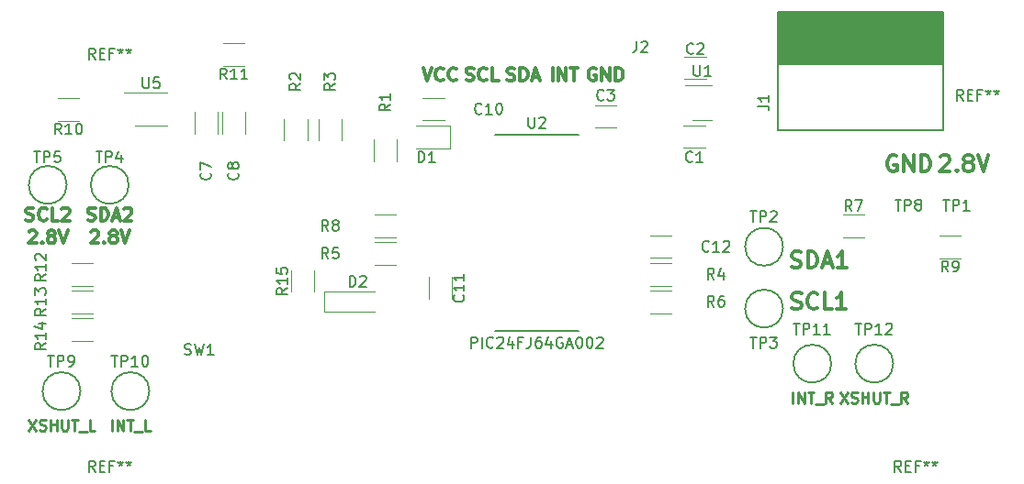
<source format=gbr>
G04 #@! TF.GenerationSoftware,KiCad,Pcbnew,(5.1.5)-2*
G04 #@! TF.CreationDate,2019-12-07T01:04:22+01:00*
G04 #@! TF.ProjectId,tof_sensor,746f665f-7365-46e7-936f-722e6b696361,rev?*
G04 #@! TF.SameCoordinates,Original*
G04 #@! TF.FileFunction,Legend,Top*
G04 #@! TF.FilePolarity,Positive*
%FSLAX46Y46*%
G04 Gerber Fmt 4.6, Leading zero omitted, Abs format (unit mm)*
G04 Created by KiCad (PCBNEW (5.1.5)-2) date 2019-12-07 01:04:22*
%MOMM*%
%LPD*%
G04 APERTURE LIST*
%ADD10C,0.300000*%
%ADD11C,0.250000*%
%ADD12C,0.120000*%
%ADD13C,0.150000*%
%ADD14C,0.152400*%
G04 APERTURE END LIST*
D10*
X114811428Y-80080714D02*
X114982857Y-80137857D01*
X115268571Y-80137857D01*
X115382857Y-80080714D01*
X115440000Y-80023571D01*
X115497142Y-79909285D01*
X115497142Y-79795000D01*
X115440000Y-79680714D01*
X115382857Y-79623571D01*
X115268571Y-79566428D01*
X115040000Y-79509285D01*
X114925714Y-79452142D01*
X114868571Y-79395000D01*
X114811428Y-79280714D01*
X114811428Y-79166428D01*
X114868571Y-79052142D01*
X114925714Y-78995000D01*
X115040000Y-78937857D01*
X115325714Y-78937857D01*
X115497142Y-78995000D01*
X116011428Y-80137857D02*
X116011428Y-78937857D01*
X116297142Y-78937857D01*
X116468571Y-78995000D01*
X116582857Y-79109285D01*
X116640000Y-79223571D01*
X116697142Y-79452142D01*
X116697142Y-79623571D01*
X116640000Y-79852142D01*
X116582857Y-79966428D01*
X116468571Y-80080714D01*
X116297142Y-80137857D01*
X116011428Y-80137857D01*
X117154285Y-79795000D02*
X117725714Y-79795000D01*
X117040000Y-80137857D02*
X117440000Y-78937857D01*
X117840000Y-80137857D01*
X118182857Y-79052142D02*
X118240000Y-78995000D01*
X118354285Y-78937857D01*
X118640000Y-78937857D01*
X118754285Y-78995000D01*
X118811428Y-79052142D01*
X118868571Y-79166428D01*
X118868571Y-79280714D01*
X118811428Y-79452142D01*
X118125714Y-80137857D01*
X118868571Y-80137857D01*
X115125714Y-81152142D02*
X115182857Y-81095000D01*
X115297142Y-81037857D01*
X115582857Y-81037857D01*
X115697142Y-81095000D01*
X115754285Y-81152142D01*
X115811428Y-81266428D01*
X115811428Y-81380714D01*
X115754285Y-81552142D01*
X115068571Y-82237857D01*
X115811428Y-82237857D01*
X116325714Y-82123571D02*
X116382857Y-82180714D01*
X116325714Y-82237857D01*
X116268571Y-82180714D01*
X116325714Y-82123571D01*
X116325714Y-82237857D01*
X117068571Y-81552142D02*
X116954285Y-81495000D01*
X116897142Y-81437857D01*
X116840000Y-81323571D01*
X116840000Y-81266428D01*
X116897142Y-81152142D01*
X116954285Y-81095000D01*
X117068571Y-81037857D01*
X117297142Y-81037857D01*
X117411428Y-81095000D01*
X117468571Y-81152142D01*
X117525714Y-81266428D01*
X117525714Y-81323571D01*
X117468571Y-81437857D01*
X117411428Y-81495000D01*
X117297142Y-81552142D01*
X117068571Y-81552142D01*
X116954285Y-81609285D01*
X116897142Y-81666428D01*
X116840000Y-81780714D01*
X116840000Y-82009285D01*
X116897142Y-82123571D01*
X116954285Y-82180714D01*
X117068571Y-82237857D01*
X117297142Y-82237857D01*
X117411428Y-82180714D01*
X117468571Y-82123571D01*
X117525714Y-82009285D01*
X117525714Y-81780714D01*
X117468571Y-81666428D01*
X117411428Y-81609285D01*
X117297142Y-81552142D01*
X117868571Y-81037857D02*
X118268571Y-82237857D01*
X118668571Y-81037857D01*
X109125000Y-80080714D02*
X109296428Y-80137857D01*
X109582142Y-80137857D01*
X109696428Y-80080714D01*
X109753571Y-80023571D01*
X109810714Y-79909285D01*
X109810714Y-79795000D01*
X109753571Y-79680714D01*
X109696428Y-79623571D01*
X109582142Y-79566428D01*
X109353571Y-79509285D01*
X109239285Y-79452142D01*
X109182142Y-79395000D01*
X109125000Y-79280714D01*
X109125000Y-79166428D01*
X109182142Y-79052142D01*
X109239285Y-78995000D01*
X109353571Y-78937857D01*
X109639285Y-78937857D01*
X109810714Y-78995000D01*
X111010714Y-80023571D02*
X110953571Y-80080714D01*
X110782142Y-80137857D01*
X110667857Y-80137857D01*
X110496428Y-80080714D01*
X110382142Y-79966428D01*
X110325000Y-79852142D01*
X110267857Y-79623571D01*
X110267857Y-79452142D01*
X110325000Y-79223571D01*
X110382142Y-79109285D01*
X110496428Y-78995000D01*
X110667857Y-78937857D01*
X110782142Y-78937857D01*
X110953571Y-78995000D01*
X111010714Y-79052142D01*
X112096428Y-80137857D02*
X111525000Y-80137857D01*
X111525000Y-78937857D01*
X112439285Y-79052142D02*
X112496428Y-78995000D01*
X112610714Y-78937857D01*
X112896428Y-78937857D01*
X113010714Y-78995000D01*
X113067857Y-79052142D01*
X113125000Y-79166428D01*
X113125000Y-79280714D01*
X113067857Y-79452142D01*
X112382142Y-80137857D01*
X113125000Y-80137857D01*
X109410714Y-81152142D02*
X109467857Y-81095000D01*
X109582142Y-81037857D01*
X109867857Y-81037857D01*
X109982142Y-81095000D01*
X110039285Y-81152142D01*
X110096428Y-81266428D01*
X110096428Y-81380714D01*
X110039285Y-81552142D01*
X109353571Y-82237857D01*
X110096428Y-82237857D01*
X110610714Y-82123571D02*
X110667857Y-82180714D01*
X110610714Y-82237857D01*
X110553571Y-82180714D01*
X110610714Y-82123571D01*
X110610714Y-82237857D01*
X111353571Y-81552142D02*
X111239285Y-81495000D01*
X111182142Y-81437857D01*
X111125000Y-81323571D01*
X111125000Y-81266428D01*
X111182142Y-81152142D01*
X111239285Y-81095000D01*
X111353571Y-81037857D01*
X111582142Y-81037857D01*
X111696428Y-81095000D01*
X111753571Y-81152142D01*
X111810714Y-81266428D01*
X111810714Y-81323571D01*
X111753571Y-81437857D01*
X111696428Y-81495000D01*
X111582142Y-81552142D01*
X111353571Y-81552142D01*
X111239285Y-81609285D01*
X111182142Y-81666428D01*
X111125000Y-81780714D01*
X111125000Y-82009285D01*
X111182142Y-82123571D01*
X111239285Y-82180714D01*
X111353571Y-82237857D01*
X111582142Y-82237857D01*
X111696428Y-82180714D01*
X111753571Y-82123571D01*
X111810714Y-82009285D01*
X111810714Y-81780714D01*
X111753571Y-81666428D01*
X111696428Y-81609285D01*
X111582142Y-81552142D01*
X112153571Y-81037857D02*
X112553571Y-82237857D01*
X112953571Y-81037857D01*
X161645714Y-66075000D02*
X161531428Y-66017857D01*
X161360000Y-66017857D01*
X161188571Y-66075000D01*
X161074285Y-66189285D01*
X161017142Y-66303571D01*
X160960000Y-66532142D01*
X160960000Y-66703571D01*
X161017142Y-66932142D01*
X161074285Y-67046428D01*
X161188571Y-67160714D01*
X161360000Y-67217857D01*
X161474285Y-67217857D01*
X161645714Y-67160714D01*
X161702857Y-67103571D01*
X161702857Y-66703571D01*
X161474285Y-66703571D01*
X162217142Y-67217857D02*
X162217142Y-66017857D01*
X162902857Y-67217857D01*
X162902857Y-66017857D01*
X163474285Y-67217857D02*
X163474285Y-66017857D01*
X163760000Y-66017857D01*
X163931428Y-66075000D01*
X164045714Y-66189285D01*
X164102857Y-66303571D01*
X164160000Y-66532142D01*
X164160000Y-66703571D01*
X164102857Y-66932142D01*
X164045714Y-67046428D01*
X163931428Y-67160714D01*
X163760000Y-67217857D01*
X163474285Y-67217857D01*
X157664285Y-67217857D02*
X157664285Y-66017857D01*
X158235714Y-67217857D02*
X158235714Y-66017857D01*
X158921428Y-67217857D01*
X158921428Y-66017857D01*
X159321428Y-66017857D02*
X160007142Y-66017857D01*
X159664285Y-67217857D02*
X159664285Y-66017857D01*
X153482857Y-67160714D02*
X153654285Y-67217857D01*
X153940000Y-67217857D01*
X154054285Y-67160714D01*
X154111428Y-67103571D01*
X154168571Y-66989285D01*
X154168571Y-66875000D01*
X154111428Y-66760714D01*
X154054285Y-66703571D01*
X153940000Y-66646428D01*
X153711428Y-66589285D01*
X153597142Y-66532142D01*
X153540000Y-66475000D01*
X153482857Y-66360714D01*
X153482857Y-66246428D01*
X153540000Y-66132142D01*
X153597142Y-66075000D01*
X153711428Y-66017857D01*
X153997142Y-66017857D01*
X154168571Y-66075000D01*
X154682857Y-67217857D02*
X154682857Y-66017857D01*
X154968571Y-66017857D01*
X155140000Y-66075000D01*
X155254285Y-66189285D01*
X155311428Y-66303571D01*
X155368571Y-66532142D01*
X155368571Y-66703571D01*
X155311428Y-66932142D01*
X155254285Y-67046428D01*
X155140000Y-67160714D01*
X154968571Y-67217857D01*
X154682857Y-67217857D01*
X155825714Y-66875000D02*
X156397142Y-66875000D01*
X155711428Y-67217857D02*
X156111428Y-66017857D01*
X156511428Y-67217857D01*
X149701428Y-67160714D02*
X149872857Y-67217857D01*
X150158571Y-67217857D01*
X150272857Y-67160714D01*
X150330000Y-67103571D01*
X150387142Y-66989285D01*
X150387142Y-66875000D01*
X150330000Y-66760714D01*
X150272857Y-66703571D01*
X150158571Y-66646428D01*
X149930000Y-66589285D01*
X149815714Y-66532142D01*
X149758571Y-66475000D01*
X149701428Y-66360714D01*
X149701428Y-66246428D01*
X149758571Y-66132142D01*
X149815714Y-66075000D01*
X149930000Y-66017857D01*
X150215714Y-66017857D01*
X150387142Y-66075000D01*
X151587142Y-67103571D02*
X151530000Y-67160714D01*
X151358571Y-67217857D01*
X151244285Y-67217857D01*
X151072857Y-67160714D01*
X150958571Y-67046428D01*
X150901428Y-66932142D01*
X150844285Y-66703571D01*
X150844285Y-66532142D01*
X150901428Y-66303571D01*
X150958571Y-66189285D01*
X151072857Y-66075000D01*
X151244285Y-66017857D01*
X151358571Y-66017857D01*
X151530000Y-66075000D01*
X151587142Y-66132142D01*
X152672857Y-67217857D02*
X152101428Y-67217857D01*
X152101428Y-66017857D01*
X145720000Y-66017857D02*
X146120000Y-67217857D01*
X146520000Y-66017857D01*
X147605714Y-67103571D02*
X147548571Y-67160714D01*
X147377142Y-67217857D01*
X147262857Y-67217857D01*
X147091428Y-67160714D01*
X146977142Y-67046428D01*
X146920000Y-66932142D01*
X146862857Y-66703571D01*
X146862857Y-66532142D01*
X146920000Y-66303571D01*
X146977142Y-66189285D01*
X147091428Y-66075000D01*
X147262857Y-66017857D01*
X147377142Y-66017857D01*
X147548571Y-66075000D01*
X147605714Y-66132142D01*
X148805714Y-67103571D02*
X148748571Y-67160714D01*
X148577142Y-67217857D01*
X148462857Y-67217857D01*
X148291428Y-67160714D01*
X148177142Y-67046428D01*
X148120000Y-66932142D01*
X148062857Y-66703571D01*
X148062857Y-66532142D01*
X148120000Y-66303571D01*
X148177142Y-66189285D01*
X148291428Y-66075000D01*
X148462857Y-66017857D01*
X148577142Y-66017857D01*
X148748571Y-66075000D01*
X148805714Y-66132142D01*
D11*
X184205952Y-95972380D02*
X184872619Y-96972380D01*
X184872619Y-95972380D02*
X184205952Y-96972380D01*
X185205952Y-96924761D02*
X185348809Y-96972380D01*
X185586904Y-96972380D01*
X185682142Y-96924761D01*
X185729761Y-96877142D01*
X185777380Y-96781904D01*
X185777380Y-96686666D01*
X185729761Y-96591428D01*
X185682142Y-96543809D01*
X185586904Y-96496190D01*
X185396428Y-96448571D01*
X185301190Y-96400952D01*
X185253571Y-96353333D01*
X185205952Y-96258095D01*
X185205952Y-96162857D01*
X185253571Y-96067619D01*
X185301190Y-96020000D01*
X185396428Y-95972380D01*
X185634523Y-95972380D01*
X185777380Y-96020000D01*
X186205952Y-96972380D02*
X186205952Y-95972380D01*
X186205952Y-96448571D02*
X186777380Y-96448571D01*
X186777380Y-96972380D02*
X186777380Y-95972380D01*
X187253571Y-95972380D02*
X187253571Y-96781904D01*
X187301190Y-96877142D01*
X187348809Y-96924761D01*
X187444047Y-96972380D01*
X187634523Y-96972380D01*
X187729761Y-96924761D01*
X187777380Y-96877142D01*
X187825000Y-96781904D01*
X187825000Y-95972380D01*
X188158333Y-95972380D02*
X188729761Y-95972380D01*
X188444047Y-96972380D02*
X188444047Y-95972380D01*
X188825000Y-97067619D02*
X189586904Y-97067619D01*
X190396428Y-96972380D02*
X190063095Y-96496190D01*
X189825000Y-96972380D02*
X189825000Y-95972380D01*
X190205952Y-95972380D01*
X190301190Y-96020000D01*
X190348809Y-96067619D01*
X190396428Y-96162857D01*
X190396428Y-96305714D01*
X190348809Y-96400952D01*
X190301190Y-96448571D01*
X190205952Y-96496190D01*
X189825000Y-96496190D01*
X179824285Y-96972380D02*
X179824285Y-95972380D01*
X180300476Y-96972380D02*
X180300476Y-95972380D01*
X180871904Y-96972380D01*
X180871904Y-95972380D01*
X181205238Y-95972380D02*
X181776666Y-95972380D01*
X181490952Y-96972380D02*
X181490952Y-95972380D01*
X181871904Y-97067619D02*
X182633809Y-97067619D01*
X183443333Y-96972380D02*
X183110000Y-96496190D01*
X182871904Y-96972380D02*
X182871904Y-95972380D01*
X183252857Y-95972380D01*
X183348095Y-96020000D01*
X183395714Y-96067619D01*
X183443333Y-96162857D01*
X183443333Y-96305714D01*
X183395714Y-96400952D01*
X183348095Y-96448571D01*
X183252857Y-96496190D01*
X182871904Y-96496190D01*
X117054523Y-99512380D02*
X117054523Y-98512380D01*
X117530714Y-99512380D02*
X117530714Y-98512380D01*
X118102142Y-99512380D01*
X118102142Y-98512380D01*
X118435476Y-98512380D02*
X119006904Y-98512380D01*
X118721190Y-99512380D02*
X118721190Y-98512380D01*
X119102142Y-99607619D02*
X119864047Y-99607619D01*
X120578333Y-99512380D02*
X120102142Y-99512380D01*
X120102142Y-98512380D01*
X109371190Y-98512380D02*
X110037857Y-99512380D01*
X110037857Y-98512380D02*
X109371190Y-99512380D01*
X110371190Y-99464761D02*
X110514047Y-99512380D01*
X110752142Y-99512380D01*
X110847380Y-99464761D01*
X110895000Y-99417142D01*
X110942619Y-99321904D01*
X110942619Y-99226666D01*
X110895000Y-99131428D01*
X110847380Y-99083809D01*
X110752142Y-99036190D01*
X110561666Y-98988571D01*
X110466428Y-98940952D01*
X110418809Y-98893333D01*
X110371190Y-98798095D01*
X110371190Y-98702857D01*
X110418809Y-98607619D01*
X110466428Y-98560000D01*
X110561666Y-98512380D01*
X110799761Y-98512380D01*
X110942619Y-98560000D01*
X111371190Y-99512380D02*
X111371190Y-98512380D01*
X111371190Y-98988571D02*
X111942619Y-98988571D01*
X111942619Y-99512380D02*
X111942619Y-98512380D01*
X112418809Y-98512380D02*
X112418809Y-99321904D01*
X112466428Y-99417142D01*
X112514047Y-99464761D01*
X112609285Y-99512380D01*
X112799761Y-99512380D01*
X112895000Y-99464761D01*
X112942619Y-99417142D01*
X112990238Y-99321904D01*
X112990238Y-98512380D01*
X113323571Y-98512380D02*
X113895000Y-98512380D01*
X113609285Y-99512380D02*
X113609285Y-98512380D01*
X113990238Y-99607619D02*
X114752142Y-99607619D01*
X115466428Y-99512380D02*
X114990238Y-99512380D01*
X114990238Y-98512380D01*
D10*
X179745000Y-88237142D02*
X179959285Y-88308571D01*
X180316428Y-88308571D01*
X180459285Y-88237142D01*
X180530714Y-88165714D01*
X180602142Y-88022857D01*
X180602142Y-87880000D01*
X180530714Y-87737142D01*
X180459285Y-87665714D01*
X180316428Y-87594285D01*
X180030714Y-87522857D01*
X179887857Y-87451428D01*
X179816428Y-87380000D01*
X179745000Y-87237142D01*
X179745000Y-87094285D01*
X179816428Y-86951428D01*
X179887857Y-86880000D01*
X180030714Y-86808571D01*
X180387857Y-86808571D01*
X180602142Y-86880000D01*
X182102142Y-88165714D02*
X182030714Y-88237142D01*
X181816428Y-88308571D01*
X181673571Y-88308571D01*
X181459285Y-88237142D01*
X181316428Y-88094285D01*
X181245000Y-87951428D01*
X181173571Y-87665714D01*
X181173571Y-87451428D01*
X181245000Y-87165714D01*
X181316428Y-87022857D01*
X181459285Y-86880000D01*
X181673571Y-86808571D01*
X181816428Y-86808571D01*
X182030714Y-86880000D01*
X182102142Y-86951428D01*
X183459285Y-88308571D02*
X182745000Y-88308571D01*
X182745000Y-86808571D01*
X184745000Y-88308571D02*
X183887857Y-88308571D01*
X184316428Y-88308571D02*
X184316428Y-86808571D01*
X184173571Y-87022857D01*
X184030714Y-87165714D01*
X183887857Y-87237142D01*
X179709285Y-84427142D02*
X179923571Y-84498571D01*
X180280714Y-84498571D01*
X180423571Y-84427142D01*
X180495000Y-84355714D01*
X180566428Y-84212857D01*
X180566428Y-84070000D01*
X180495000Y-83927142D01*
X180423571Y-83855714D01*
X180280714Y-83784285D01*
X179995000Y-83712857D01*
X179852142Y-83641428D01*
X179780714Y-83570000D01*
X179709285Y-83427142D01*
X179709285Y-83284285D01*
X179780714Y-83141428D01*
X179852142Y-83070000D01*
X179995000Y-82998571D01*
X180352142Y-82998571D01*
X180566428Y-83070000D01*
X181209285Y-84498571D02*
X181209285Y-82998571D01*
X181566428Y-82998571D01*
X181780714Y-83070000D01*
X181923571Y-83212857D01*
X181995000Y-83355714D01*
X182066428Y-83641428D01*
X182066428Y-83855714D01*
X181995000Y-84141428D01*
X181923571Y-84284285D01*
X181780714Y-84427142D01*
X181566428Y-84498571D01*
X181209285Y-84498571D01*
X182637857Y-84070000D02*
X183352142Y-84070000D01*
X182495000Y-84498571D02*
X182995000Y-82998571D01*
X183495000Y-84498571D01*
X184780714Y-84498571D02*
X183923571Y-84498571D01*
X184352142Y-84498571D02*
X184352142Y-82998571D01*
X184209285Y-83212857D01*
X184066428Y-83355714D01*
X183923571Y-83427142D01*
X193437142Y-74251428D02*
X193508571Y-74180000D01*
X193651428Y-74108571D01*
X194008571Y-74108571D01*
X194151428Y-74180000D01*
X194222857Y-74251428D01*
X194294285Y-74394285D01*
X194294285Y-74537142D01*
X194222857Y-74751428D01*
X193365714Y-75608571D01*
X194294285Y-75608571D01*
X194937142Y-75465714D02*
X195008571Y-75537142D01*
X194937142Y-75608571D01*
X194865714Y-75537142D01*
X194937142Y-75465714D01*
X194937142Y-75608571D01*
X195865714Y-74751428D02*
X195722857Y-74680000D01*
X195651428Y-74608571D01*
X195580000Y-74465714D01*
X195580000Y-74394285D01*
X195651428Y-74251428D01*
X195722857Y-74180000D01*
X195865714Y-74108571D01*
X196151428Y-74108571D01*
X196294285Y-74180000D01*
X196365714Y-74251428D01*
X196437142Y-74394285D01*
X196437142Y-74465714D01*
X196365714Y-74608571D01*
X196294285Y-74680000D01*
X196151428Y-74751428D01*
X195865714Y-74751428D01*
X195722857Y-74822857D01*
X195651428Y-74894285D01*
X195580000Y-75037142D01*
X195580000Y-75322857D01*
X195651428Y-75465714D01*
X195722857Y-75537142D01*
X195865714Y-75608571D01*
X196151428Y-75608571D01*
X196294285Y-75537142D01*
X196365714Y-75465714D01*
X196437142Y-75322857D01*
X196437142Y-75037142D01*
X196365714Y-74894285D01*
X196294285Y-74822857D01*
X196151428Y-74751428D01*
X196865714Y-74108571D02*
X197365714Y-75608571D01*
X197865714Y-74108571D01*
X189357142Y-74180000D02*
X189214285Y-74108571D01*
X189000000Y-74108571D01*
X188785714Y-74180000D01*
X188642857Y-74322857D01*
X188571428Y-74465714D01*
X188500000Y-74751428D01*
X188500000Y-74965714D01*
X188571428Y-75251428D01*
X188642857Y-75394285D01*
X188785714Y-75537142D01*
X189000000Y-75608571D01*
X189142857Y-75608571D01*
X189357142Y-75537142D01*
X189428571Y-75465714D01*
X189428571Y-74965714D01*
X189142857Y-74965714D01*
X190071428Y-75608571D02*
X190071428Y-74108571D01*
X190928571Y-75608571D01*
X190928571Y-74108571D01*
X191642857Y-75608571D02*
X191642857Y-74108571D01*
X192000000Y-74108571D01*
X192214285Y-74180000D01*
X192357142Y-74322857D01*
X192428571Y-74465714D01*
X192500000Y-74751428D01*
X192500000Y-74965714D01*
X192428571Y-75251428D01*
X192357142Y-75394285D01*
X192214285Y-75537142D01*
X192000000Y-75608571D01*
X191642857Y-75608571D01*
D12*
X132915000Y-72755000D02*
X132915000Y-70755000D01*
X135055000Y-70755000D02*
X135055000Y-72755000D01*
D13*
X114145000Y-95885000D02*
G75*
G03X114145000Y-95885000I-1750000J0D01*
G01*
D14*
X160083500Y-72199500D02*
X152336500Y-72199500D01*
X152336500Y-90360500D02*
X160083500Y-90360500D01*
D12*
X141240000Y-82115000D02*
X143240000Y-82115000D01*
X143240000Y-84255000D02*
X141240000Y-84255000D01*
X141240000Y-79575000D02*
X143240000Y-79575000D01*
X143240000Y-81715000D02*
X141240000Y-81715000D01*
X148340000Y-87360000D02*
X148340000Y-85360000D01*
X146300000Y-85360000D02*
X146300000Y-87360000D01*
X122150000Y-71350000D02*
X119150000Y-71350000D01*
X122150000Y-68350000D02*
X118150000Y-68350000D01*
X170550000Y-70825000D02*
X172350000Y-70825000D01*
X172350000Y-67605000D02*
X169900000Y-67605000D01*
D13*
X189075000Y-93345000D02*
G75*
G03X189075000Y-93345000I-1750000J0D01*
G01*
X183360000Y-93345000D02*
G75*
G03X183360000Y-93345000I-1750000J0D01*
G01*
X120495000Y-95885000D02*
G75*
G03X120495000Y-95885000I-1750000J0D01*
G01*
X112875000Y-76835000D02*
G75*
G03X112875000Y-76835000I-1750000J0D01*
G01*
X118590000Y-76835000D02*
G75*
G03X118590000Y-76835000I-1750000J0D01*
G01*
X178915000Y-88265000D02*
G75*
G03X178915000Y-88265000I-1750000J0D01*
G01*
X178915000Y-82550000D02*
G75*
G03X178915000Y-82550000I-1750000J0D01*
G01*
D12*
X135690000Y-84725000D02*
X135690000Y-86725000D01*
X133550000Y-86725000D02*
X133550000Y-84725000D01*
X115300000Y-91240000D02*
X113300000Y-91240000D01*
X113300000Y-89100000D02*
X115300000Y-89100000D01*
X115300000Y-88700000D02*
X113300000Y-88700000D01*
X113300000Y-86560000D02*
X115300000Y-86560000D01*
X115300000Y-86160000D02*
X113300000Y-86160000D01*
X113300000Y-84020000D02*
X115300000Y-84020000D01*
X127270000Y-63700000D02*
X129270000Y-63700000D01*
X129270000Y-65840000D02*
X127270000Y-65840000D01*
X112030000Y-68780000D02*
X114030000Y-68780000D01*
X114030000Y-70920000D02*
X112030000Y-70920000D01*
X193310000Y-81480000D02*
X195310000Y-81480000D01*
X195310000Y-83620000D02*
X193310000Y-83620000D01*
X186420000Y-81715000D02*
X184420000Y-81715000D01*
X184420000Y-79575000D02*
X186420000Y-79575000D01*
X166640000Y-86560000D02*
X168640000Y-86560000D01*
X168640000Y-88700000D02*
X166640000Y-88700000D01*
X166640000Y-84020000D02*
X168640000Y-84020000D01*
X168640000Y-86160000D02*
X166640000Y-86160000D01*
X136090000Y-72755000D02*
X136090000Y-70755000D01*
X138230000Y-70755000D02*
X138230000Y-72755000D01*
X141170000Y-74660000D02*
X141170000Y-72660000D01*
X143310000Y-72660000D02*
X143310000Y-74660000D01*
D13*
X178435000Y-65705000D02*
X178435000Y-60855000D01*
X193675000Y-71755000D02*
X178435000Y-71755000D01*
X193675000Y-71755000D02*
X193675000Y-65705000D01*
X178435000Y-65705000D02*
X193675000Y-65705000D01*
G36*
X193675000Y-65705000D02*
G01*
X178435000Y-65705000D01*
X178435000Y-60855000D01*
X193675000Y-60855000D01*
X193675000Y-65705000D01*
G37*
X193675000Y-65705000D02*
X178435000Y-65705000D01*
X178435000Y-60855000D01*
X193675000Y-60855000D01*
X193675000Y-65705000D01*
X193675000Y-65705000D02*
X193675000Y-60855000D01*
X178435000Y-71755000D02*
X178435000Y-65705000D01*
X193675000Y-60855000D02*
X178435000Y-60855000D01*
D12*
X136600000Y-86680000D02*
X136600000Y-88580000D01*
X136600000Y-88580000D02*
X141300000Y-88580000D01*
X136600000Y-86680000D02*
X141300000Y-86680000D01*
X148250000Y-73450000D02*
X148250000Y-71330000D01*
X145050000Y-73450000D02*
X148250000Y-73450000D01*
X148250000Y-71330000D02*
X145050000Y-71330000D01*
X168640000Y-81530000D02*
X166640000Y-81530000D01*
X166640000Y-83570000D02*
X168640000Y-83570000D01*
X147685000Y-68830000D02*
X145685000Y-68830000D01*
X145685000Y-70870000D02*
X147685000Y-70870000D01*
X127250000Y-70120000D02*
X127250000Y-72120000D01*
X129290000Y-72120000D02*
X129290000Y-70120000D01*
X124710000Y-70120000D02*
X124710000Y-72120000D01*
X126750000Y-72120000D02*
X126750000Y-70120000D01*
X161560000Y-71505000D02*
X163560000Y-71505000D01*
X163560000Y-69465000D02*
X161560000Y-69465000D01*
X171815000Y-65020000D02*
X169815000Y-65020000D01*
X169815000Y-67060000D02*
X171815000Y-67060000D01*
X171720000Y-71370000D02*
X169720000Y-71370000D01*
X169720000Y-73410000D02*
X171720000Y-73410000D01*
D13*
X189801666Y-103322380D02*
X189468333Y-102846190D01*
X189230238Y-103322380D02*
X189230238Y-102322380D01*
X189611190Y-102322380D01*
X189706428Y-102370000D01*
X189754047Y-102417619D01*
X189801666Y-102512857D01*
X189801666Y-102655714D01*
X189754047Y-102750952D01*
X189706428Y-102798571D01*
X189611190Y-102846190D01*
X189230238Y-102846190D01*
X190230238Y-102798571D02*
X190563571Y-102798571D01*
X190706428Y-103322380D02*
X190230238Y-103322380D01*
X190230238Y-102322380D01*
X190706428Y-102322380D01*
X191468333Y-102798571D02*
X191135000Y-102798571D01*
X191135000Y-103322380D02*
X191135000Y-102322380D01*
X191611190Y-102322380D01*
X192135000Y-102322380D02*
X192135000Y-102560476D01*
X191896904Y-102465238D02*
X192135000Y-102560476D01*
X192373095Y-102465238D01*
X191992142Y-102750952D02*
X192135000Y-102560476D01*
X192277857Y-102750952D01*
X192896904Y-102322380D02*
X192896904Y-102560476D01*
X192658809Y-102465238D02*
X192896904Y-102560476D01*
X193135000Y-102465238D01*
X192754047Y-102750952D02*
X192896904Y-102560476D01*
X193039761Y-102750952D01*
X115506666Y-103322380D02*
X115173333Y-102846190D01*
X114935238Y-103322380D02*
X114935238Y-102322380D01*
X115316190Y-102322380D01*
X115411428Y-102370000D01*
X115459047Y-102417619D01*
X115506666Y-102512857D01*
X115506666Y-102655714D01*
X115459047Y-102750952D01*
X115411428Y-102798571D01*
X115316190Y-102846190D01*
X114935238Y-102846190D01*
X115935238Y-102798571D02*
X116268571Y-102798571D01*
X116411428Y-103322380D02*
X115935238Y-103322380D01*
X115935238Y-102322380D01*
X116411428Y-102322380D01*
X117173333Y-102798571D02*
X116840000Y-102798571D01*
X116840000Y-103322380D02*
X116840000Y-102322380D01*
X117316190Y-102322380D01*
X117840000Y-102322380D02*
X117840000Y-102560476D01*
X117601904Y-102465238D02*
X117840000Y-102560476D01*
X118078095Y-102465238D01*
X117697142Y-102750952D02*
X117840000Y-102560476D01*
X117982857Y-102750952D01*
X118601904Y-102322380D02*
X118601904Y-102560476D01*
X118363809Y-102465238D02*
X118601904Y-102560476D01*
X118840000Y-102465238D01*
X118459047Y-102750952D02*
X118601904Y-102560476D01*
X118744761Y-102750952D01*
X195516666Y-69032380D02*
X195183333Y-68556190D01*
X194945238Y-69032380D02*
X194945238Y-68032380D01*
X195326190Y-68032380D01*
X195421428Y-68080000D01*
X195469047Y-68127619D01*
X195516666Y-68222857D01*
X195516666Y-68365714D01*
X195469047Y-68460952D01*
X195421428Y-68508571D01*
X195326190Y-68556190D01*
X194945238Y-68556190D01*
X195945238Y-68508571D02*
X196278571Y-68508571D01*
X196421428Y-69032380D02*
X195945238Y-69032380D01*
X195945238Y-68032380D01*
X196421428Y-68032380D01*
X197183333Y-68508571D02*
X196850000Y-68508571D01*
X196850000Y-69032380D02*
X196850000Y-68032380D01*
X197326190Y-68032380D01*
X197850000Y-68032380D02*
X197850000Y-68270476D01*
X197611904Y-68175238D02*
X197850000Y-68270476D01*
X198088095Y-68175238D01*
X197707142Y-68460952D02*
X197850000Y-68270476D01*
X197992857Y-68460952D01*
X198611904Y-68032380D02*
X198611904Y-68270476D01*
X198373809Y-68175238D02*
X198611904Y-68270476D01*
X198850000Y-68175238D01*
X198469047Y-68460952D02*
X198611904Y-68270476D01*
X198754761Y-68460952D01*
X115506666Y-65222380D02*
X115173333Y-64746190D01*
X114935238Y-65222380D02*
X114935238Y-64222380D01*
X115316190Y-64222380D01*
X115411428Y-64270000D01*
X115459047Y-64317619D01*
X115506666Y-64412857D01*
X115506666Y-64555714D01*
X115459047Y-64650952D01*
X115411428Y-64698571D01*
X115316190Y-64746190D01*
X114935238Y-64746190D01*
X115935238Y-64698571D02*
X116268571Y-64698571D01*
X116411428Y-65222380D02*
X115935238Y-65222380D01*
X115935238Y-64222380D01*
X116411428Y-64222380D01*
X117173333Y-64698571D02*
X116840000Y-64698571D01*
X116840000Y-65222380D02*
X116840000Y-64222380D01*
X117316190Y-64222380D01*
X117840000Y-64222380D02*
X117840000Y-64460476D01*
X117601904Y-64365238D02*
X117840000Y-64460476D01*
X118078095Y-64365238D01*
X117697142Y-64650952D02*
X117840000Y-64460476D01*
X117982857Y-64650952D01*
X118601904Y-64222380D02*
X118601904Y-64460476D01*
X118363809Y-64365238D02*
X118601904Y-64460476D01*
X118840000Y-64365238D01*
X118459047Y-64650952D02*
X118601904Y-64460476D01*
X118744761Y-64650952D01*
X134437380Y-67476666D02*
X133961190Y-67810000D01*
X134437380Y-68048095D02*
X133437380Y-68048095D01*
X133437380Y-67667142D01*
X133485000Y-67571904D01*
X133532619Y-67524285D01*
X133627857Y-67476666D01*
X133770714Y-67476666D01*
X133865952Y-67524285D01*
X133913571Y-67571904D01*
X133961190Y-67667142D01*
X133961190Y-68048095D01*
X133532619Y-67095714D02*
X133485000Y-67048095D01*
X133437380Y-66952857D01*
X133437380Y-66714761D01*
X133485000Y-66619523D01*
X133532619Y-66571904D01*
X133627857Y-66524285D01*
X133723095Y-66524285D01*
X133865952Y-66571904D01*
X134437380Y-67143333D01*
X134437380Y-66524285D01*
X111133095Y-92587380D02*
X111704523Y-92587380D01*
X111418809Y-93587380D02*
X111418809Y-92587380D01*
X112037857Y-93587380D02*
X112037857Y-92587380D01*
X112418809Y-92587380D01*
X112514047Y-92635000D01*
X112561666Y-92682619D01*
X112609285Y-92777857D01*
X112609285Y-92920714D01*
X112561666Y-93015952D01*
X112514047Y-93063571D01*
X112418809Y-93111190D01*
X112037857Y-93111190D01*
X113085476Y-93587380D02*
X113275952Y-93587380D01*
X113371190Y-93539761D01*
X113418809Y-93492142D01*
X113514047Y-93349285D01*
X113561666Y-93158809D01*
X113561666Y-92777857D01*
X113514047Y-92682619D01*
X113466428Y-92635000D01*
X113371190Y-92587380D01*
X113180714Y-92587380D01*
X113085476Y-92635000D01*
X113037857Y-92682619D01*
X112990238Y-92777857D01*
X112990238Y-93015952D01*
X113037857Y-93111190D01*
X113085476Y-93158809D01*
X113180714Y-93206428D01*
X113371190Y-93206428D01*
X113466428Y-93158809D01*
X113514047Y-93111190D01*
X113561666Y-93015952D01*
X155448095Y-70572380D02*
X155448095Y-71381904D01*
X155495714Y-71477142D01*
X155543333Y-71524761D01*
X155638571Y-71572380D01*
X155829047Y-71572380D01*
X155924285Y-71524761D01*
X155971904Y-71477142D01*
X156019523Y-71381904D01*
X156019523Y-70572380D01*
X156448095Y-70667619D02*
X156495714Y-70620000D01*
X156590952Y-70572380D01*
X156829047Y-70572380D01*
X156924285Y-70620000D01*
X156971904Y-70667619D01*
X157019523Y-70762857D01*
X157019523Y-70858095D01*
X156971904Y-71000952D01*
X156400476Y-71572380D01*
X157019523Y-71572380D01*
X150138571Y-91892380D02*
X150138571Y-90892380D01*
X150519523Y-90892380D01*
X150614761Y-90940000D01*
X150662380Y-90987619D01*
X150710000Y-91082857D01*
X150710000Y-91225714D01*
X150662380Y-91320952D01*
X150614761Y-91368571D01*
X150519523Y-91416190D01*
X150138571Y-91416190D01*
X151138571Y-91892380D02*
X151138571Y-90892380D01*
X152186190Y-91797142D02*
X152138571Y-91844761D01*
X151995714Y-91892380D01*
X151900476Y-91892380D01*
X151757619Y-91844761D01*
X151662380Y-91749523D01*
X151614761Y-91654285D01*
X151567142Y-91463809D01*
X151567142Y-91320952D01*
X151614761Y-91130476D01*
X151662380Y-91035238D01*
X151757619Y-90940000D01*
X151900476Y-90892380D01*
X151995714Y-90892380D01*
X152138571Y-90940000D01*
X152186190Y-90987619D01*
X152567142Y-90987619D02*
X152614761Y-90940000D01*
X152710000Y-90892380D01*
X152948095Y-90892380D01*
X153043333Y-90940000D01*
X153090952Y-90987619D01*
X153138571Y-91082857D01*
X153138571Y-91178095D01*
X153090952Y-91320952D01*
X152519523Y-91892380D01*
X153138571Y-91892380D01*
X153995714Y-91225714D02*
X153995714Y-91892380D01*
X153757619Y-90844761D02*
X153519523Y-91559047D01*
X154138571Y-91559047D01*
X154852857Y-91368571D02*
X154519523Y-91368571D01*
X154519523Y-91892380D02*
X154519523Y-90892380D01*
X154995714Y-90892380D01*
X155662380Y-90892380D02*
X155662380Y-91606666D01*
X155614761Y-91749523D01*
X155519523Y-91844761D01*
X155376666Y-91892380D01*
X155281428Y-91892380D01*
X156567142Y-90892380D02*
X156376666Y-90892380D01*
X156281428Y-90940000D01*
X156233809Y-90987619D01*
X156138571Y-91130476D01*
X156090952Y-91320952D01*
X156090952Y-91701904D01*
X156138571Y-91797142D01*
X156186190Y-91844761D01*
X156281428Y-91892380D01*
X156471904Y-91892380D01*
X156567142Y-91844761D01*
X156614761Y-91797142D01*
X156662380Y-91701904D01*
X156662380Y-91463809D01*
X156614761Y-91368571D01*
X156567142Y-91320952D01*
X156471904Y-91273333D01*
X156281428Y-91273333D01*
X156186190Y-91320952D01*
X156138571Y-91368571D01*
X156090952Y-91463809D01*
X157519523Y-91225714D02*
X157519523Y-91892380D01*
X157281428Y-90844761D02*
X157043333Y-91559047D01*
X157662380Y-91559047D01*
X158567142Y-90940000D02*
X158471904Y-90892380D01*
X158329047Y-90892380D01*
X158186190Y-90940000D01*
X158090952Y-91035238D01*
X158043333Y-91130476D01*
X157995714Y-91320952D01*
X157995714Y-91463809D01*
X158043333Y-91654285D01*
X158090952Y-91749523D01*
X158186190Y-91844761D01*
X158329047Y-91892380D01*
X158424285Y-91892380D01*
X158567142Y-91844761D01*
X158614761Y-91797142D01*
X158614761Y-91463809D01*
X158424285Y-91463809D01*
X158995714Y-91606666D02*
X159471904Y-91606666D01*
X158900476Y-91892380D02*
X159233809Y-90892380D01*
X159567142Y-91892380D01*
X160090952Y-90892380D02*
X160186190Y-90892380D01*
X160281428Y-90940000D01*
X160329047Y-90987619D01*
X160376666Y-91082857D01*
X160424285Y-91273333D01*
X160424285Y-91511428D01*
X160376666Y-91701904D01*
X160329047Y-91797142D01*
X160281428Y-91844761D01*
X160186190Y-91892380D01*
X160090952Y-91892380D01*
X159995714Y-91844761D01*
X159948095Y-91797142D01*
X159900476Y-91701904D01*
X159852857Y-91511428D01*
X159852857Y-91273333D01*
X159900476Y-91082857D01*
X159948095Y-90987619D01*
X159995714Y-90940000D01*
X160090952Y-90892380D01*
X161043333Y-90892380D02*
X161138571Y-90892380D01*
X161233809Y-90940000D01*
X161281428Y-90987619D01*
X161329047Y-91082857D01*
X161376666Y-91273333D01*
X161376666Y-91511428D01*
X161329047Y-91701904D01*
X161281428Y-91797142D01*
X161233809Y-91844761D01*
X161138571Y-91892380D01*
X161043333Y-91892380D01*
X160948095Y-91844761D01*
X160900476Y-91797142D01*
X160852857Y-91701904D01*
X160805238Y-91511428D01*
X160805238Y-91273333D01*
X160852857Y-91082857D01*
X160900476Y-90987619D01*
X160948095Y-90940000D01*
X161043333Y-90892380D01*
X161757619Y-90987619D02*
X161805238Y-90940000D01*
X161900476Y-90892380D01*
X162138571Y-90892380D01*
X162233809Y-90940000D01*
X162281428Y-90987619D01*
X162329047Y-91082857D01*
X162329047Y-91178095D01*
X162281428Y-91320952D01*
X161710000Y-91892380D01*
X162329047Y-91892380D01*
X123761666Y-92479761D02*
X123904523Y-92527380D01*
X124142619Y-92527380D01*
X124237857Y-92479761D01*
X124285476Y-92432142D01*
X124333095Y-92336904D01*
X124333095Y-92241666D01*
X124285476Y-92146428D01*
X124237857Y-92098809D01*
X124142619Y-92051190D01*
X123952142Y-92003571D01*
X123856904Y-91955952D01*
X123809285Y-91908333D01*
X123761666Y-91813095D01*
X123761666Y-91717857D01*
X123809285Y-91622619D01*
X123856904Y-91575000D01*
X123952142Y-91527380D01*
X124190238Y-91527380D01*
X124333095Y-91575000D01*
X124666428Y-91527380D02*
X124904523Y-92527380D01*
X125095000Y-91813095D01*
X125285476Y-92527380D01*
X125523571Y-91527380D01*
X126428333Y-92527380D02*
X125856904Y-92527380D01*
X126142619Y-92527380D02*
X126142619Y-91527380D01*
X126047380Y-91670238D01*
X125952142Y-91765476D01*
X125856904Y-91813095D01*
X136993333Y-83637380D02*
X136660000Y-83161190D01*
X136421904Y-83637380D02*
X136421904Y-82637380D01*
X136802857Y-82637380D01*
X136898095Y-82685000D01*
X136945714Y-82732619D01*
X136993333Y-82827857D01*
X136993333Y-82970714D01*
X136945714Y-83065952D01*
X136898095Y-83113571D01*
X136802857Y-83161190D01*
X136421904Y-83161190D01*
X137898095Y-82637380D02*
X137421904Y-82637380D01*
X137374285Y-83113571D01*
X137421904Y-83065952D01*
X137517142Y-83018333D01*
X137755238Y-83018333D01*
X137850476Y-83065952D01*
X137898095Y-83113571D01*
X137945714Y-83208809D01*
X137945714Y-83446904D01*
X137898095Y-83542142D01*
X137850476Y-83589761D01*
X137755238Y-83637380D01*
X137517142Y-83637380D01*
X137421904Y-83589761D01*
X137374285Y-83542142D01*
X136993333Y-81097380D02*
X136660000Y-80621190D01*
X136421904Y-81097380D02*
X136421904Y-80097380D01*
X136802857Y-80097380D01*
X136898095Y-80145000D01*
X136945714Y-80192619D01*
X136993333Y-80287857D01*
X136993333Y-80430714D01*
X136945714Y-80525952D01*
X136898095Y-80573571D01*
X136802857Y-80621190D01*
X136421904Y-80621190D01*
X137564761Y-80525952D02*
X137469523Y-80478333D01*
X137421904Y-80430714D01*
X137374285Y-80335476D01*
X137374285Y-80287857D01*
X137421904Y-80192619D01*
X137469523Y-80145000D01*
X137564761Y-80097380D01*
X137755238Y-80097380D01*
X137850476Y-80145000D01*
X137898095Y-80192619D01*
X137945714Y-80287857D01*
X137945714Y-80335476D01*
X137898095Y-80430714D01*
X137850476Y-80478333D01*
X137755238Y-80525952D01*
X137564761Y-80525952D01*
X137469523Y-80573571D01*
X137421904Y-80621190D01*
X137374285Y-80716428D01*
X137374285Y-80906904D01*
X137421904Y-81002142D01*
X137469523Y-81049761D01*
X137564761Y-81097380D01*
X137755238Y-81097380D01*
X137850476Y-81049761D01*
X137898095Y-81002142D01*
X137945714Y-80906904D01*
X137945714Y-80716428D01*
X137898095Y-80621190D01*
X137850476Y-80573571D01*
X137755238Y-80525952D01*
X149427142Y-87002857D02*
X149474761Y-87050476D01*
X149522380Y-87193333D01*
X149522380Y-87288571D01*
X149474761Y-87431428D01*
X149379523Y-87526666D01*
X149284285Y-87574285D01*
X149093809Y-87621904D01*
X148950952Y-87621904D01*
X148760476Y-87574285D01*
X148665238Y-87526666D01*
X148570000Y-87431428D01*
X148522380Y-87288571D01*
X148522380Y-87193333D01*
X148570000Y-87050476D01*
X148617619Y-87002857D01*
X149522380Y-86050476D02*
X149522380Y-86621904D01*
X149522380Y-86336190D02*
X148522380Y-86336190D01*
X148665238Y-86431428D01*
X148760476Y-86526666D01*
X148808095Y-86621904D01*
X149522380Y-85098095D02*
X149522380Y-85669523D01*
X149522380Y-85383809D02*
X148522380Y-85383809D01*
X148665238Y-85479047D01*
X148760476Y-85574285D01*
X148808095Y-85669523D01*
X189238095Y-78192380D02*
X189809523Y-78192380D01*
X189523809Y-79192380D02*
X189523809Y-78192380D01*
X190142857Y-79192380D02*
X190142857Y-78192380D01*
X190523809Y-78192380D01*
X190619047Y-78240000D01*
X190666666Y-78287619D01*
X190714285Y-78382857D01*
X190714285Y-78525714D01*
X190666666Y-78620952D01*
X190619047Y-78668571D01*
X190523809Y-78716190D01*
X190142857Y-78716190D01*
X191285714Y-78620952D02*
X191190476Y-78573333D01*
X191142857Y-78525714D01*
X191095238Y-78430476D01*
X191095238Y-78382857D01*
X191142857Y-78287619D01*
X191190476Y-78240000D01*
X191285714Y-78192380D01*
X191476190Y-78192380D01*
X191571428Y-78240000D01*
X191619047Y-78287619D01*
X191666666Y-78382857D01*
X191666666Y-78430476D01*
X191619047Y-78525714D01*
X191571428Y-78573333D01*
X191476190Y-78620952D01*
X191285714Y-78620952D01*
X191190476Y-78668571D01*
X191142857Y-78716190D01*
X191095238Y-78811428D01*
X191095238Y-79001904D01*
X191142857Y-79097142D01*
X191190476Y-79144761D01*
X191285714Y-79192380D01*
X191476190Y-79192380D01*
X191571428Y-79144761D01*
X191619047Y-79097142D01*
X191666666Y-79001904D01*
X191666666Y-78811428D01*
X191619047Y-78716190D01*
X191571428Y-78668571D01*
X191476190Y-78620952D01*
X193683095Y-78192380D02*
X194254523Y-78192380D01*
X193968809Y-79192380D02*
X193968809Y-78192380D01*
X194587857Y-79192380D02*
X194587857Y-78192380D01*
X194968809Y-78192380D01*
X195064047Y-78240000D01*
X195111666Y-78287619D01*
X195159285Y-78382857D01*
X195159285Y-78525714D01*
X195111666Y-78620952D01*
X195064047Y-78668571D01*
X194968809Y-78716190D01*
X194587857Y-78716190D01*
X196111666Y-79192380D02*
X195540238Y-79192380D01*
X195825952Y-79192380D02*
X195825952Y-78192380D01*
X195730714Y-78335238D01*
X195635476Y-78430476D01*
X195540238Y-78478095D01*
X119888095Y-66902380D02*
X119888095Y-67711904D01*
X119935714Y-67807142D01*
X119983333Y-67854761D01*
X120078571Y-67902380D01*
X120269047Y-67902380D01*
X120364285Y-67854761D01*
X120411904Y-67807142D01*
X120459523Y-67711904D01*
X120459523Y-66902380D01*
X121411904Y-66902380D02*
X120935714Y-66902380D01*
X120888095Y-67378571D01*
X120935714Y-67330952D01*
X121030952Y-67283333D01*
X121269047Y-67283333D01*
X121364285Y-67330952D01*
X121411904Y-67378571D01*
X121459523Y-67473809D01*
X121459523Y-67711904D01*
X121411904Y-67807142D01*
X121364285Y-67854761D01*
X121269047Y-67902380D01*
X121030952Y-67902380D01*
X120935714Y-67854761D01*
X120888095Y-67807142D01*
X170688095Y-65767380D02*
X170688095Y-66576904D01*
X170735714Y-66672142D01*
X170783333Y-66719761D01*
X170878571Y-66767380D01*
X171069047Y-66767380D01*
X171164285Y-66719761D01*
X171211904Y-66672142D01*
X171259523Y-66576904D01*
X171259523Y-65767380D01*
X172259523Y-66767380D02*
X171688095Y-66767380D01*
X171973809Y-66767380D02*
X171973809Y-65767380D01*
X171878571Y-65910238D01*
X171783333Y-66005476D01*
X171688095Y-66053095D01*
X185586904Y-89622380D02*
X186158333Y-89622380D01*
X185872619Y-90622380D02*
X185872619Y-89622380D01*
X186491666Y-90622380D02*
X186491666Y-89622380D01*
X186872619Y-89622380D01*
X186967857Y-89670000D01*
X187015476Y-89717619D01*
X187063095Y-89812857D01*
X187063095Y-89955714D01*
X187015476Y-90050952D01*
X186967857Y-90098571D01*
X186872619Y-90146190D01*
X186491666Y-90146190D01*
X188015476Y-90622380D02*
X187444047Y-90622380D01*
X187729761Y-90622380D02*
X187729761Y-89622380D01*
X187634523Y-89765238D01*
X187539285Y-89860476D01*
X187444047Y-89908095D01*
X188396428Y-89717619D02*
X188444047Y-89670000D01*
X188539285Y-89622380D01*
X188777380Y-89622380D01*
X188872619Y-89670000D01*
X188920238Y-89717619D01*
X188967857Y-89812857D01*
X188967857Y-89908095D01*
X188920238Y-90050952D01*
X188348809Y-90622380D01*
X188967857Y-90622380D01*
X179871904Y-89622380D02*
X180443333Y-89622380D01*
X180157619Y-90622380D02*
X180157619Y-89622380D01*
X180776666Y-90622380D02*
X180776666Y-89622380D01*
X181157619Y-89622380D01*
X181252857Y-89670000D01*
X181300476Y-89717619D01*
X181348095Y-89812857D01*
X181348095Y-89955714D01*
X181300476Y-90050952D01*
X181252857Y-90098571D01*
X181157619Y-90146190D01*
X180776666Y-90146190D01*
X182300476Y-90622380D02*
X181729047Y-90622380D01*
X182014761Y-90622380D02*
X182014761Y-89622380D01*
X181919523Y-89765238D01*
X181824285Y-89860476D01*
X181729047Y-89908095D01*
X183252857Y-90622380D02*
X182681428Y-90622380D01*
X182967142Y-90622380D02*
X182967142Y-89622380D01*
X182871904Y-89765238D01*
X182776666Y-89860476D01*
X182681428Y-89908095D01*
X117006904Y-92587380D02*
X117578333Y-92587380D01*
X117292619Y-93587380D02*
X117292619Y-92587380D01*
X117911666Y-93587380D02*
X117911666Y-92587380D01*
X118292619Y-92587380D01*
X118387857Y-92635000D01*
X118435476Y-92682619D01*
X118483095Y-92777857D01*
X118483095Y-92920714D01*
X118435476Y-93015952D01*
X118387857Y-93063571D01*
X118292619Y-93111190D01*
X117911666Y-93111190D01*
X119435476Y-93587380D02*
X118864047Y-93587380D01*
X119149761Y-93587380D02*
X119149761Y-92587380D01*
X119054523Y-92730238D01*
X118959285Y-92825476D01*
X118864047Y-92873095D01*
X120054523Y-92587380D02*
X120149761Y-92587380D01*
X120245000Y-92635000D01*
X120292619Y-92682619D01*
X120340238Y-92777857D01*
X120387857Y-92968333D01*
X120387857Y-93206428D01*
X120340238Y-93396904D01*
X120292619Y-93492142D01*
X120245000Y-93539761D01*
X120149761Y-93587380D01*
X120054523Y-93587380D01*
X119959285Y-93539761D01*
X119911666Y-93492142D01*
X119864047Y-93396904D01*
X119816428Y-93206428D01*
X119816428Y-92968333D01*
X119864047Y-92777857D01*
X119911666Y-92682619D01*
X119959285Y-92635000D01*
X120054523Y-92587380D01*
X109863095Y-73747380D02*
X110434523Y-73747380D01*
X110148809Y-74747380D02*
X110148809Y-73747380D01*
X110767857Y-74747380D02*
X110767857Y-73747380D01*
X111148809Y-73747380D01*
X111244047Y-73795000D01*
X111291666Y-73842619D01*
X111339285Y-73937857D01*
X111339285Y-74080714D01*
X111291666Y-74175952D01*
X111244047Y-74223571D01*
X111148809Y-74271190D01*
X110767857Y-74271190D01*
X112244047Y-73747380D02*
X111767857Y-73747380D01*
X111720238Y-74223571D01*
X111767857Y-74175952D01*
X111863095Y-74128333D01*
X112101190Y-74128333D01*
X112196428Y-74175952D01*
X112244047Y-74223571D01*
X112291666Y-74318809D01*
X112291666Y-74556904D01*
X112244047Y-74652142D01*
X112196428Y-74699761D01*
X112101190Y-74747380D01*
X111863095Y-74747380D01*
X111767857Y-74699761D01*
X111720238Y-74652142D01*
X115578095Y-73747380D02*
X116149523Y-73747380D01*
X115863809Y-74747380D02*
X115863809Y-73747380D01*
X116482857Y-74747380D02*
X116482857Y-73747380D01*
X116863809Y-73747380D01*
X116959047Y-73795000D01*
X117006666Y-73842619D01*
X117054285Y-73937857D01*
X117054285Y-74080714D01*
X117006666Y-74175952D01*
X116959047Y-74223571D01*
X116863809Y-74271190D01*
X116482857Y-74271190D01*
X117911428Y-74080714D02*
X117911428Y-74747380D01*
X117673333Y-73699761D02*
X117435238Y-74414047D01*
X118054285Y-74414047D01*
X175903095Y-90892380D02*
X176474523Y-90892380D01*
X176188809Y-91892380D02*
X176188809Y-90892380D01*
X176807857Y-91892380D02*
X176807857Y-90892380D01*
X177188809Y-90892380D01*
X177284047Y-90940000D01*
X177331666Y-90987619D01*
X177379285Y-91082857D01*
X177379285Y-91225714D01*
X177331666Y-91320952D01*
X177284047Y-91368571D01*
X177188809Y-91416190D01*
X176807857Y-91416190D01*
X177712619Y-90892380D02*
X178331666Y-90892380D01*
X177998333Y-91273333D01*
X178141190Y-91273333D01*
X178236428Y-91320952D01*
X178284047Y-91368571D01*
X178331666Y-91463809D01*
X178331666Y-91701904D01*
X178284047Y-91797142D01*
X178236428Y-91844761D01*
X178141190Y-91892380D01*
X177855476Y-91892380D01*
X177760238Y-91844761D01*
X177712619Y-91797142D01*
X175903095Y-79252380D02*
X176474523Y-79252380D01*
X176188809Y-80252380D02*
X176188809Y-79252380D01*
X176807857Y-80252380D02*
X176807857Y-79252380D01*
X177188809Y-79252380D01*
X177284047Y-79300000D01*
X177331666Y-79347619D01*
X177379285Y-79442857D01*
X177379285Y-79585714D01*
X177331666Y-79680952D01*
X177284047Y-79728571D01*
X177188809Y-79776190D01*
X176807857Y-79776190D01*
X177760238Y-79347619D02*
X177807857Y-79300000D01*
X177903095Y-79252380D01*
X178141190Y-79252380D01*
X178236428Y-79300000D01*
X178284047Y-79347619D01*
X178331666Y-79442857D01*
X178331666Y-79538095D01*
X178284047Y-79680952D01*
X177712619Y-80252380D01*
X178331666Y-80252380D01*
X133222380Y-86367857D02*
X132746190Y-86701190D01*
X133222380Y-86939285D02*
X132222380Y-86939285D01*
X132222380Y-86558333D01*
X132270000Y-86463095D01*
X132317619Y-86415476D01*
X132412857Y-86367857D01*
X132555714Y-86367857D01*
X132650952Y-86415476D01*
X132698571Y-86463095D01*
X132746190Y-86558333D01*
X132746190Y-86939285D01*
X133222380Y-85415476D02*
X133222380Y-85986904D01*
X133222380Y-85701190D02*
X132222380Y-85701190D01*
X132365238Y-85796428D01*
X132460476Y-85891666D01*
X132508095Y-85986904D01*
X132222380Y-84510714D02*
X132222380Y-84986904D01*
X132698571Y-85034523D01*
X132650952Y-84986904D01*
X132603333Y-84891666D01*
X132603333Y-84653571D01*
X132650952Y-84558333D01*
X132698571Y-84510714D01*
X132793809Y-84463095D01*
X133031904Y-84463095D01*
X133127142Y-84510714D01*
X133174761Y-84558333D01*
X133222380Y-84653571D01*
X133222380Y-84891666D01*
X133174761Y-84986904D01*
X133127142Y-85034523D01*
X110942380Y-91447857D02*
X110466190Y-91781190D01*
X110942380Y-92019285D02*
X109942380Y-92019285D01*
X109942380Y-91638333D01*
X109990000Y-91543095D01*
X110037619Y-91495476D01*
X110132857Y-91447857D01*
X110275714Y-91447857D01*
X110370952Y-91495476D01*
X110418571Y-91543095D01*
X110466190Y-91638333D01*
X110466190Y-92019285D01*
X110942380Y-90495476D02*
X110942380Y-91066904D01*
X110942380Y-90781190D02*
X109942380Y-90781190D01*
X110085238Y-90876428D01*
X110180476Y-90971666D01*
X110228095Y-91066904D01*
X110275714Y-89638333D02*
X110942380Y-89638333D01*
X109894761Y-89876428D02*
X110609047Y-90114523D01*
X110609047Y-89495476D01*
X110942380Y-88272857D02*
X110466190Y-88606190D01*
X110942380Y-88844285D02*
X109942380Y-88844285D01*
X109942380Y-88463333D01*
X109990000Y-88368095D01*
X110037619Y-88320476D01*
X110132857Y-88272857D01*
X110275714Y-88272857D01*
X110370952Y-88320476D01*
X110418571Y-88368095D01*
X110466190Y-88463333D01*
X110466190Y-88844285D01*
X110942380Y-87320476D02*
X110942380Y-87891904D01*
X110942380Y-87606190D02*
X109942380Y-87606190D01*
X110085238Y-87701428D01*
X110180476Y-87796666D01*
X110228095Y-87891904D01*
X109942380Y-86987142D02*
X109942380Y-86368095D01*
X110323333Y-86701428D01*
X110323333Y-86558571D01*
X110370952Y-86463333D01*
X110418571Y-86415714D01*
X110513809Y-86368095D01*
X110751904Y-86368095D01*
X110847142Y-86415714D01*
X110894761Y-86463333D01*
X110942380Y-86558571D01*
X110942380Y-86844285D01*
X110894761Y-86939523D01*
X110847142Y-86987142D01*
X110942380Y-85097857D02*
X110466190Y-85431190D01*
X110942380Y-85669285D02*
X109942380Y-85669285D01*
X109942380Y-85288333D01*
X109990000Y-85193095D01*
X110037619Y-85145476D01*
X110132857Y-85097857D01*
X110275714Y-85097857D01*
X110370952Y-85145476D01*
X110418571Y-85193095D01*
X110466190Y-85288333D01*
X110466190Y-85669285D01*
X110942380Y-84145476D02*
X110942380Y-84716904D01*
X110942380Y-84431190D02*
X109942380Y-84431190D01*
X110085238Y-84526428D01*
X110180476Y-84621666D01*
X110228095Y-84716904D01*
X110037619Y-83764523D02*
X109990000Y-83716904D01*
X109942380Y-83621666D01*
X109942380Y-83383571D01*
X109990000Y-83288333D01*
X110037619Y-83240714D01*
X110132857Y-83193095D01*
X110228095Y-83193095D01*
X110370952Y-83240714D01*
X110942380Y-83812142D01*
X110942380Y-83193095D01*
X127627142Y-67072380D02*
X127293809Y-66596190D01*
X127055714Y-67072380D02*
X127055714Y-66072380D01*
X127436666Y-66072380D01*
X127531904Y-66120000D01*
X127579523Y-66167619D01*
X127627142Y-66262857D01*
X127627142Y-66405714D01*
X127579523Y-66500952D01*
X127531904Y-66548571D01*
X127436666Y-66596190D01*
X127055714Y-66596190D01*
X128579523Y-67072380D02*
X128008095Y-67072380D01*
X128293809Y-67072380D02*
X128293809Y-66072380D01*
X128198571Y-66215238D01*
X128103333Y-66310476D01*
X128008095Y-66358095D01*
X129531904Y-67072380D02*
X128960476Y-67072380D01*
X129246190Y-67072380D02*
X129246190Y-66072380D01*
X129150952Y-66215238D01*
X129055714Y-66310476D01*
X128960476Y-66358095D01*
X112387142Y-72152380D02*
X112053809Y-71676190D01*
X111815714Y-72152380D02*
X111815714Y-71152380D01*
X112196666Y-71152380D01*
X112291904Y-71200000D01*
X112339523Y-71247619D01*
X112387142Y-71342857D01*
X112387142Y-71485714D01*
X112339523Y-71580952D01*
X112291904Y-71628571D01*
X112196666Y-71676190D01*
X111815714Y-71676190D01*
X113339523Y-72152380D02*
X112768095Y-72152380D01*
X113053809Y-72152380D02*
X113053809Y-71152380D01*
X112958571Y-71295238D01*
X112863333Y-71390476D01*
X112768095Y-71438095D01*
X113958571Y-71152380D02*
X114053809Y-71152380D01*
X114149047Y-71200000D01*
X114196666Y-71247619D01*
X114244285Y-71342857D01*
X114291904Y-71533333D01*
X114291904Y-71771428D01*
X114244285Y-71961904D01*
X114196666Y-72057142D01*
X114149047Y-72104761D01*
X114053809Y-72152380D01*
X113958571Y-72152380D01*
X113863333Y-72104761D01*
X113815714Y-72057142D01*
X113768095Y-71961904D01*
X113720476Y-71771428D01*
X113720476Y-71533333D01*
X113768095Y-71342857D01*
X113815714Y-71247619D01*
X113863333Y-71200000D01*
X113958571Y-71152380D01*
X194143333Y-84852380D02*
X193810000Y-84376190D01*
X193571904Y-84852380D02*
X193571904Y-83852380D01*
X193952857Y-83852380D01*
X194048095Y-83900000D01*
X194095714Y-83947619D01*
X194143333Y-84042857D01*
X194143333Y-84185714D01*
X194095714Y-84280952D01*
X194048095Y-84328571D01*
X193952857Y-84376190D01*
X193571904Y-84376190D01*
X194619523Y-84852380D02*
X194810000Y-84852380D01*
X194905238Y-84804761D01*
X194952857Y-84757142D01*
X195048095Y-84614285D01*
X195095714Y-84423809D01*
X195095714Y-84042857D01*
X195048095Y-83947619D01*
X195000476Y-83900000D01*
X194905238Y-83852380D01*
X194714761Y-83852380D01*
X194619523Y-83900000D01*
X194571904Y-83947619D01*
X194524285Y-84042857D01*
X194524285Y-84280952D01*
X194571904Y-84376190D01*
X194619523Y-84423809D01*
X194714761Y-84471428D01*
X194905238Y-84471428D01*
X195000476Y-84423809D01*
X195048095Y-84376190D01*
X195095714Y-84280952D01*
X185253333Y-79247380D02*
X184920000Y-78771190D01*
X184681904Y-79247380D02*
X184681904Y-78247380D01*
X185062857Y-78247380D01*
X185158095Y-78295000D01*
X185205714Y-78342619D01*
X185253333Y-78437857D01*
X185253333Y-78580714D01*
X185205714Y-78675952D01*
X185158095Y-78723571D01*
X185062857Y-78771190D01*
X184681904Y-78771190D01*
X185586666Y-78247380D02*
X186253333Y-78247380D01*
X185824761Y-79247380D01*
X172553333Y-88082380D02*
X172220000Y-87606190D01*
X171981904Y-88082380D02*
X171981904Y-87082380D01*
X172362857Y-87082380D01*
X172458095Y-87130000D01*
X172505714Y-87177619D01*
X172553333Y-87272857D01*
X172553333Y-87415714D01*
X172505714Y-87510952D01*
X172458095Y-87558571D01*
X172362857Y-87606190D01*
X171981904Y-87606190D01*
X173410476Y-87082380D02*
X173220000Y-87082380D01*
X173124761Y-87130000D01*
X173077142Y-87177619D01*
X172981904Y-87320476D01*
X172934285Y-87510952D01*
X172934285Y-87891904D01*
X172981904Y-87987142D01*
X173029523Y-88034761D01*
X173124761Y-88082380D01*
X173315238Y-88082380D01*
X173410476Y-88034761D01*
X173458095Y-87987142D01*
X173505714Y-87891904D01*
X173505714Y-87653809D01*
X173458095Y-87558571D01*
X173410476Y-87510952D01*
X173315238Y-87463333D01*
X173124761Y-87463333D01*
X173029523Y-87510952D01*
X172981904Y-87558571D01*
X172934285Y-87653809D01*
X172553333Y-85542380D02*
X172220000Y-85066190D01*
X171981904Y-85542380D02*
X171981904Y-84542380D01*
X172362857Y-84542380D01*
X172458095Y-84590000D01*
X172505714Y-84637619D01*
X172553333Y-84732857D01*
X172553333Y-84875714D01*
X172505714Y-84970952D01*
X172458095Y-85018571D01*
X172362857Y-85066190D01*
X171981904Y-85066190D01*
X173410476Y-84875714D02*
X173410476Y-85542380D01*
X173172380Y-84494761D02*
X172934285Y-85209047D01*
X173553333Y-85209047D01*
X137612380Y-67476666D02*
X137136190Y-67810000D01*
X137612380Y-68048095D02*
X136612380Y-68048095D01*
X136612380Y-67667142D01*
X136660000Y-67571904D01*
X136707619Y-67524285D01*
X136802857Y-67476666D01*
X136945714Y-67476666D01*
X137040952Y-67524285D01*
X137088571Y-67571904D01*
X137136190Y-67667142D01*
X137136190Y-68048095D01*
X136612380Y-67143333D02*
X136612380Y-66524285D01*
X136993333Y-66857619D01*
X136993333Y-66714761D01*
X137040952Y-66619523D01*
X137088571Y-66571904D01*
X137183809Y-66524285D01*
X137421904Y-66524285D01*
X137517142Y-66571904D01*
X137564761Y-66619523D01*
X137612380Y-66714761D01*
X137612380Y-67000476D01*
X137564761Y-67095714D01*
X137517142Y-67143333D01*
X142692380Y-69381666D02*
X142216190Y-69715000D01*
X142692380Y-69953095D02*
X141692380Y-69953095D01*
X141692380Y-69572142D01*
X141740000Y-69476904D01*
X141787619Y-69429285D01*
X141882857Y-69381666D01*
X142025714Y-69381666D01*
X142120952Y-69429285D01*
X142168571Y-69476904D01*
X142216190Y-69572142D01*
X142216190Y-69953095D01*
X142692380Y-68429285D02*
X142692380Y-69000714D01*
X142692380Y-68715000D02*
X141692380Y-68715000D01*
X141835238Y-68810238D01*
X141930476Y-68905476D01*
X141978095Y-69000714D01*
X165401666Y-63587380D02*
X165401666Y-64301666D01*
X165354047Y-64444523D01*
X165258809Y-64539761D01*
X165115952Y-64587380D01*
X165020714Y-64587380D01*
X165830238Y-63682619D02*
X165877857Y-63635000D01*
X165973095Y-63587380D01*
X166211190Y-63587380D01*
X166306428Y-63635000D01*
X166354047Y-63682619D01*
X166401666Y-63777857D01*
X166401666Y-63873095D01*
X166354047Y-64015952D01*
X165782619Y-64587380D01*
X166401666Y-64587380D01*
X176617380Y-69548333D02*
X177331666Y-69548333D01*
X177474523Y-69595952D01*
X177569761Y-69691190D01*
X177617380Y-69834047D01*
X177617380Y-69929285D01*
X177617380Y-68548333D02*
X177617380Y-69119761D01*
X177617380Y-68834047D02*
X176617380Y-68834047D01*
X176760238Y-68929285D01*
X176855476Y-69024523D01*
X176903095Y-69119761D01*
X138961904Y-86232380D02*
X138961904Y-85232380D01*
X139200000Y-85232380D01*
X139342857Y-85280000D01*
X139438095Y-85375238D01*
X139485714Y-85470476D01*
X139533333Y-85660952D01*
X139533333Y-85803809D01*
X139485714Y-85994285D01*
X139438095Y-86089523D01*
X139342857Y-86184761D01*
X139200000Y-86232380D01*
X138961904Y-86232380D01*
X139914285Y-85327619D02*
X139961904Y-85280000D01*
X140057142Y-85232380D01*
X140295238Y-85232380D01*
X140390476Y-85280000D01*
X140438095Y-85327619D01*
X140485714Y-85422857D01*
X140485714Y-85518095D01*
X140438095Y-85660952D01*
X139866666Y-86232380D01*
X140485714Y-86232380D01*
X145311904Y-74747380D02*
X145311904Y-73747380D01*
X145550000Y-73747380D01*
X145692857Y-73795000D01*
X145788095Y-73890238D01*
X145835714Y-73985476D01*
X145883333Y-74175952D01*
X145883333Y-74318809D01*
X145835714Y-74509285D01*
X145788095Y-74604523D01*
X145692857Y-74699761D01*
X145550000Y-74747380D01*
X145311904Y-74747380D01*
X146835714Y-74747380D02*
X146264285Y-74747380D01*
X146550000Y-74747380D02*
X146550000Y-73747380D01*
X146454761Y-73890238D01*
X146359523Y-73985476D01*
X146264285Y-74033095D01*
X172077142Y-82907142D02*
X172029523Y-82954761D01*
X171886666Y-83002380D01*
X171791428Y-83002380D01*
X171648571Y-82954761D01*
X171553333Y-82859523D01*
X171505714Y-82764285D01*
X171458095Y-82573809D01*
X171458095Y-82430952D01*
X171505714Y-82240476D01*
X171553333Y-82145238D01*
X171648571Y-82050000D01*
X171791428Y-82002380D01*
X171886666Y-82002380D01*
X172029523Y-82050000D01*
X172077142Y-82097619D01*
X173029523Y-83002380D02*
X172458095Y-83002380D01*
X172743809Y-83002380D02*
X172743809Y-82002380D01*
X172648571Y-82145238D01*
X172553333Y-82240476D01*
X172458095Y-82288095D01*
X173410476Y-82097619D02*
X173458095Y-82050000D01*
X173553333Y-82002380D01*
X173791428Y-82002380D01*
X173886666Y-82050000D01*
X173934285Y-82097619D01*
X173981904Y-82192857D01*
X173981904Y-82288095D01*
X173934285Y-82430952D01*
X173362857Y-83002380D01*
X173981904Y-83002380D01*
X151122142Y-70207142D02*
X151074523Y-70254761D01*
X150931666Y-70302380D01*
X150836428Y-70302380D01*
X150693571Y-70254761D01*
X150598333Y-70159523D01*
X150550714Y-70064285D01*
X150503095Y-69873809D01*
X150503095Y-69730952D01*
X150550714Y-69540476D01*
X150598333Y-69445238D01*
X150693571Y-69350000D01*
X150836428Y-69302380D01*
X150931666Y-69302380D01*
X151074523Y-69350000D01*
X151122142Y-69397619D01*
X152074523Y-70302380D02*
X151503095Y-70302380D01*
X151788809Y-70302380D02*
X151788809Y-69302380D01*
X151693571Y-69445238D01*
X151598333Y-69540476D01*
X151503095Y-69588095D01*
X152693571Y-69302380D02*
X152788809Y-69302380D01*
X152884047Y-69350000D01*
X152931666Y-69397619D01*
X152979285Y-69492857D01*
X153026904Y-69683333D01*
X153026904Y-69921428D01*
X152979285Y-70111904D01*
X152931666Y-70207142D01*
X152884047Y-70254761D01*
X152788809Y-70302380D01*
X152693571Y-70302380D01*
X152598333Y-70254761D01*
X152550714Y-70207142D01*
X152503095Y-70111904D01*
X152455476Y-69921428D01*
X152455476Y-69683333D01*
X152503095Y-69492857D01*
X152550714Y-69397619D01*
X152598333Y-69350000D01*
X152693571Y-69302380D01*
X128627142Y-75731666D02*
X128674761Y-75779285D01*
X128722380Y-75922142D01*
X128722380Y-76017380D01*
X128674761Y-76160238D01*
X128579523Y-76255476D01*
X128484285Y-76303095D01*
X128293809Y-76350714D01*
X128150952Y-76350714D01*
X127960476Y-76303095D01*
X127865238Y-76255476D01*
X127770000Y-76160238D01*
X127722380Y-76017380D01*
X127722380Y-75922142D01*
X127770000Y-75779285D01*
X127817619Y-75731666D01*
X128150952Y-75160238D02*
X128103333Y-75255476D01*
X128055714Y-75303095D01*
X127960476Y-75350714D01*
X127912857Y-75350714D01*
X127817619Y-75303095D01*
X127770000Y-75255476D01*
X127722380Y-75160238D01*
X127722380Y-74969761D01*
X127770000Y-74874523D01*
X127817619Y-74826904D01*
X127912857Y-74779285D01*
X127960476Y-74779285D01*
X128055714Y-74826904D01*
X128103333Y-74874523D01*
X128150952Y-74969761D01*
X128150952Y-75160238D01*
X128198571Y-75255476D01*
X128246190Y-75303095D01*
X128341428Y-75350714D01*
X128531904Y-75350714D01*
X128627142Y-75303095D01*
X128674761Y-75255476D01*
X128722380Y-75160238D01*
X128722380Y-74969761D01*
X128674761Y-74874523D01*
X128627142Y-74826904D01*
X128531904Y-74779285D01*
X128341428Y-74779285D01*
X128246190Y-74826904D01*
X128198571Y-74874523D01*
X128150952Y-74969761D01*
X126087142Y-75731666D02*
X126134761Y-75779285D01*
X126182380Y-75922142D01*
X126182380Y-76017380D01*
X126134761Y-76160238D01*
X126039523Y-76255476D01*
X125944285Y-76303095D01*
X125753809Y-76350714D01*
X125610952Y-76350714D01*
X125420476Y-76303095D01*
X125325238Y-76255476D01*
X125230000Y-76160238D01*
X125182380Y-76017380D01*
X125182380Y-75922142D01*
X125230000Y-75779285D01*
X125277619Y-75731666D01*
X125182380Y-75398333D02*
X125182380Y-74731666D01*
X126182380Y-75160238D01*
X162393333Y-68937142D02*
X162345714Y-68984761D01*
X162202857Y-69032380D01*
X162107619Y-69032380D01*
X161964761Y-68984761D01*
X161869523Y-68889523D01*
X161821904Y-68794285D01*
X161774285Y-68603809D01*
X161774285Y-68460952D01*
X161821904Y-68270476D01*
X161869523Y-68175238D01*
X161964761Y-68080000D01*
X162107619Y-68032380D01*
X162202857Y-68032380D01*
X162345714Y-68080000D01*
X162393333Y-68127619D01*
X162726666Y-68032380D02*
X163345714Y-68032380D01*
X163012380Y-68413333D01*
X163155238Y-68413333D01*
X163250476Y-68460952D01*
X163298095Y-68508571D01*
X163345714Y-68603809D01*
X163345714Y-68841904D01*
X163298095Y-68937142D01*
X163250476Y-68984761D01*
X163155238Y-69032380D01*
X162869523Y-69032380D01*
X162774285Y-68984761D01*
X162726666Y-68937142D01*
X170648333Y-64647142D02*
X170600714Y-64694761D01*
X170457857Y-64742380D01*
X170362619Y-64742380D01*
X170219761Y-64694761D01*
X170124523Y-64599523D01*
X170076904Y-64504285D01*
X170029285Y-64313809D01*
X170029285Y-64170952D01*
X170076904Y-63980476D01*
X170124523Y-63885238D01*
X170219761Y-63790000D01*
X170362619Y-63742380D01*
X170457857Y-63742380D01*
X170600714Y-63790000D01*
X170648333Y-63837619D01*
X171029285Y-63837619D02*
X171076904Y-63790000D01*
X171172142Y-63742380D01*
X171410238Y-63742380D01*
X171505476Y-63790000D01*
X171553095Y-63837619D01*
X171600714Y-63932857D01*
X171600714Y-64028095D01*
X171553095Y-64170952D01*
X170981666Y-64742380D01*
X171600714Y-64742380D01*
X170553333Y-74652142D02*
X170505714Y-74699761D01*
X170362857Y-74747380D01*
X170267619Y-74747380D01*
X170124761Y-74699761D01*
X170029523Y-74604523D01*
X169981904Y-74509285D01*
X169934285Y-74318809D01*
X169934285Y-74175952D01*
X169981904Y-73985476D01*
X170029523Y-73890238D01*
X170124761Y-73795000D01*
X170267619Y-73747380D01*
X170362857Y-73747380D01*
X170505714Y-73795000D01*
X170553333Y-73842619D01*
X171505714Y-74747380D02*
X170934285Y-74747380D01*
X171220000Y-74747380D02*
X171220000Y-73747380D01*
X171124761Y-73890238D01*
X171029523Y-73985476D01*
X170934285Y-74033095D01*
M02*

</source>
